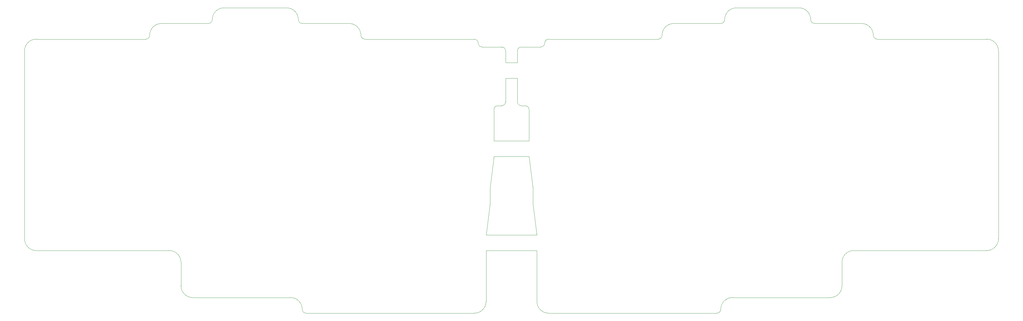
<source format=gbr>
%TF.GenerationSoftware,KiCad,Pcbnew,7.0.8*%
%TF.CreationDate,2023-11-04T09:20:36+09:00*%
%TF.ProjectId,scene46,7363656e-6534-4362-9e6b-696361645f70,rev?*%
%TF.SameCoordinates,Original*%
%TF.FileFunction,Profile,NP*%
%FSLAX46Y46*%
G04 Gerber Fmt 4.6, Leading zero omitted, Abs format (unit mm)*
G04 Created by KiCad (PCBNEW 7.0.8) date 2023-11-04 09:20:36*
%MOMM*%
%LPD*%
G01*
G04 APERTURE LIST*
%TA.AperFunction,Profile*%
%ADD10C,0.100000*%
%TD*%
G04 APERTURE END LIST*
D10*
X171450000Y-84534375D02*
X155971875Y-84534375D01*
X155971875Y-79771875D02*
X171450000Y-79771875D01*
X169068750Y-55959375D02*
X158353125Y-55959375D01*
X158353125Y-51196875D02*
X169068750Y-51196875D01*
X175021875Y-20240625D02*
X208359375Y-20240625D01*
X117871875Y-19050000D02*
G75*
G03*
X119062500Y-20240625I1190625J0D01*
G01*
X165496875Y-27384375D02*
X165496875Y-23812500D01*
X63103125Y-95250000D02*
G75*
G03*
X66675000Y-98821875I3571875J0D01*
G01*
X311943750Y-78581250D02*
X311943750Y-23812500D01*
X165496875Y-32146875D02*
X165496875Y-39290625D01*
X264318750Y-95250000D02*
X264318750Y-88106250D01*
X52387500Y-20240625D02*
G75*
G03*
X53578125Y-19050000I0J1190625D01*
G01*
X267890625Y-84534450D02*
G75*
G03*
X264318750Y-88106250I-25J-3571850D01*
G01*
X157162500Y-70246875D02*
X155971875Y-79771875D01*
X19050000Y-84534375D02*
X57150000Y-84534375D01*
X161925000Y-23812500D02*
X161925000Y-27384375D01*
X19050000Y-20240625D02*
G75*
G03*
X15478125Y-23812500I0J-3571875D01*
G01*
X19050000Y-20240625D02*
X52387500Y-20240625D01*
X171450000Y-79771875D02*
X170259375Y-70246875D01*
X154781250Y-22621875D02*
X160734375Y-22621875D01*
X161925000Y-32146875D02*
X165496875Y-32146875D01*
X230981250Y-98821875D02*
G75*
G03*
X227409375Y-102393750I-50J-3571825D01*
G01*
X171450025Y-100012500D02*
G75*
G03*
X175021875Y-103584375I3571875J0D01*
G01*
X66675000Y-98821875D02*
X96440625Y-98821875D01*
X166687500Y-22621875D02*
X172640625Y-22621875D01*
X169068750Y-41671875D02*
G75*
G03*
X167878125Y-40481250I-1190650J-25D01*
G01*
X161925025Y-23812500D02*
G75*
G03*
X160734375Y-22621875I-1190625J0D01*
G01*
X76200000Y-10715625D02*
X95250000Y-10715625D01*
X100012525Y-102393750D02*
G75*
G03*
X96440625Y-98821875I-3571925J-50D01*
G01*
X311943775Y-23812500D02*
G75*
G03*
X308371875Y-20240625I-3571875J0D01*
G01*
X170259375Y-65484375D02*
X169068750Y-55959375D01*
X226218750Y-103584375D02*
G75*
G03*
X227409375Y-102393750I-50J1190675D01*
G01*
X232171875Y-10715625D02*
X251221875Y-10715625D01*
X275034375Y-20240625D02*
X308371875Y-20240625D01*
X254793775Y-14287500D02*
G75*
G03*
X251221875Y-10715625I-3571875J0D01*
G01*
X227409375Y-15478100D02*
G75*
G03*
X228600000Y-14287500I25J1190600D01*
G01*
X160734375Y-40481200D02*
G75*
G03*
X161925000Y-39290625I25J1190600D01*
G01*
X165496850Y-39290625D02*
G75*
G03*
X166687500Y-40481250I1190650J25D01*
G01*
X213121875Y-15478125D02*
X215503125Y-15478125D01*
X175021875Y-103584375D02*
X226218750Y-103584375D01*
X63103125Y-88106250D02*
X63103125Y-95250000D01*
X98821875Y-14287500D02*
G75*
G03*
X95250000Y-10715625I-3571875J0D01*
G01*
X159543750Y-40481225D02*
G75*
G03*
X158353125Y-41671875I50J-1190675D01*
G01*
X230981250Y-98821875D02*
X260746875Y-98821875D01*
X153590625Y-21431250D02*
G75*
G03*
X154781250Y-22621875I1190675J50D01*
G01*
X161925000Y-39290625D02*
X161925000Y-32146875D01*
X273843775Y-19050000D02*
G75*
G03*
X270271875Y-15478125I-3571875J0D01*
G01*
X166687500Y-40481250D02*
X167878125Y-40481250D01*
X171450000Y-84534375D02*
X171450000Y-100012500D01*
X215503125Y-15478125D02*
X227409375Y-15478125D01*
X119062500Y-20240625D02*
X152400000Y-20240625D01*
X15478125Y-78581250D02*
X15478125Y-80962500D01*
X166687500Y-22621875D02*
G75*
G03*
X165496875Y-23812500I100J-1190725D01*
G01*
X172640625Y-22621850D02*
G75*
G03*
X173831250Y-21431250I-25J1190650D01*
G01*
X270271875Y-84534375D02*
X308371875Y-84534375D01*
X213121875Y-15478100D02*
G75*
G03*
X209550000Y-19050000I25J-3571900D01*
G01*
X57150000Y-15478125D02*
G75*
G03*
X53578125Y-19050000I0J-3571875D01*
G01*
X63103125Y-88106250D02*
G75*
G03*
X59531250Y-84534375I-3571925J-50D01*
G01*
X155971875Y-100012500D02*
X155971875Y-84534375D01*
X255984375Y-15478125D02*
X270271875Y-15478125D01*
X158353125Y-51196875D02*
X158353125Y-41671875D01*
X308371875Y-84534350D02*
G75*
G03*
X311943750Y-80962500I25J3571850D01*
G01*
X71437500Y-15478125D02*
G75*
G03*
X72628125Y-14287500I0J1190625D01*
G01*
X57150000Y-15478125D02*
X71437500Y-15478125D01*
X15478125Y-80962500D02*
G75*
G03*
X19050000Y-84534375I3571875J0D01*
G01*
X100012500Y-15478125D02*
X111918750Y-15478125D01*
X311943750Y-80962500D02*
X311943750Y-78581250D01*
X101203125Y-103584375D02*
X152400000Y-103584375D01*
X152400000Y-103584375D02*
G75*
G03*
X155971875Y-100012500I0J3571875D01*
G01*
X57150000Y-84534375D02*
X59531250Y-84534375D01*
X273843775Y-19050000D02*
G75*
G03*
X275034375Y-20240625I1190625J0D01*
G01*
X157162500Y-65484375D02*
X157162500Y-70246875D01*
X169068750Y-41671875D02*
X169068750Y-51196875D01*
X117871875Y-19050000D02*
G75*
G03*
X114300000Y-15478125I-3571875J0D01*
G01*
X175021875Y-20240650D02*
G75*
G03*
X173831250Y-21431250I-75J-1190550D01*
G01*
X208359375Y-20240600D02*
G75*
G03*
X209550000Y-19050000I25J1190600D01*
G01*
X232171875Y-10715600D02*
G75*
G03*
X228600000Y-14287500I25J-3571900D01*
G01*
X267890625Y-84534375D02*
X270271875Y-84534375D01*
X111918750Y-15478125D02*
X114300000Y-15478125D01*
X98821875Y-14287500D02*
G75*
G03*
X100012500Y-15478125I1190625J0D01*
G01*
X100012425Y-102393750D02*
G75*
G03*
X101203125Y-103584375I1190675J50D01*
G01*
X158353125Y-55959375D02*
X157162500Y-65484375D01*
X153590675Y-21431250D02*
G75*
G03*
X152400000Y-20240625I-1190675J-50D01*
G01*
X161925000Y-27384375D02*
X165496875Y-27384375D01*
X15478125Y-23812500D02*
X15478125Y-78581250D01*
X160734375Y-40481250D02*
X159543750Y-40481250D01*
X170259375Y-70246875D02*
X170259375Y-65484375D01*
X254793775Y-14287500D02*
G75*
G03*
X255984375Y-15478125I1190625J0D01*
G01*
X260746875Y-98821850D02*
G75*
G03*
X264318750Y-95250000I25J3571850D01*
G01*
X76200000Y-10715625D02*
G75*
G03*
X72628125Y-14287500I0J-3571875D01*
G01*
M02*

</source>
